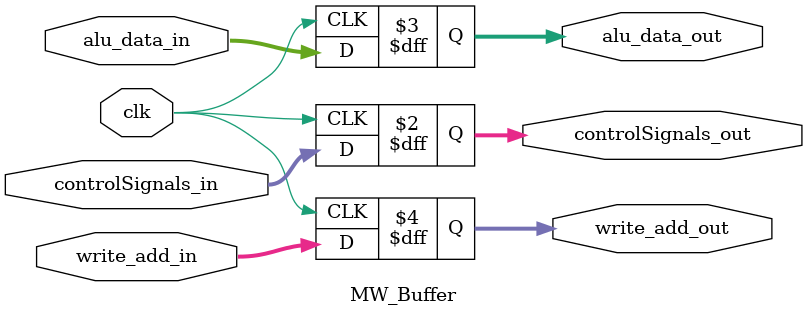
<source format=v>
module MW_Buffer (controlSignals_in,alu_data_in,write_add_in,clk,controlSignals_out,alu_data_out,write_add_out);
input [2:0] controlSignals_in;
input [15:0] alu_data_in;
input [2:0] write_add_in;

input clk;

output reg [2:0] controlSignals_out;
output reg [15:0] alu_data_out;
output reg [2:0] write_add_out;

always @(posedge clk)
begin
controlSignals_out=controlSignals_in;
alu_data_out=alu_data_in;
write_add_out=write_add_in;
end
endmodule
</source>
